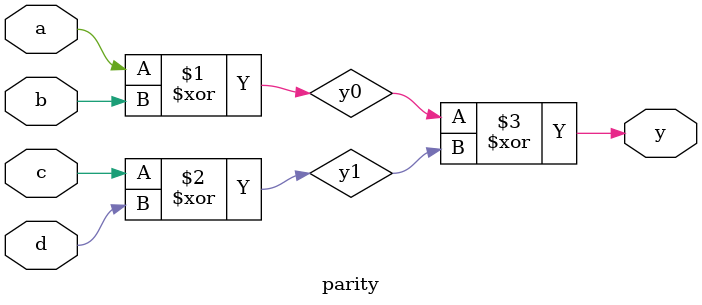
<source format=v>

module parity(
a,
b,
c,
d,
y   // output
);

input a;
input b;
input c;
input d;

output y;

wire a;
wire b;
wire c;
wire d;
wire y;

// internal connections for parity on two bits.
wire y0;
wire y1;

// note order for xor: y0 is the output.
xor p0(y0, a, b);

xor p1(y1, c, d);

xor p(y, y0, y1);

endmodule

</source>
